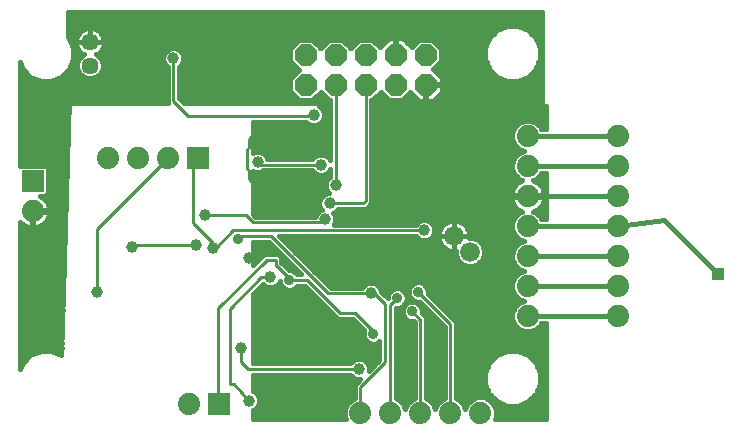
<source format=gbl>
G75*
G70*
%OFA0B0*%
%FSLAX24Y24*%
%IPPOS*%
%LPD*%
%AMOC8*
5,1,8,0,0,1.08239X$1,22.5*
%
%ADD10C,0.0570*%
%ADD11OC8,0.0740*%
%ADD12C,0.0740*%
%ADD13C,0.0660*%
%ADD14R,0.0740X0.0740*%
%ADD15C,0.0160*%
%ADD16C,0.0396*%
%ADD17C,0.0100*%
%ADD18C,0.0360*%
%ADD19R,0.0396X0.0396*%
D10*
X003033Y012618D03*
X003033Y013406D03*
D11*
X010225Y012978D03*
X010225Y011978D03*
X011225Y011978D03*
X012225Y011978D03*
X012225Y012978D03*
X011225Y012978D03*
X013225Y012978D03*
X014225Y012978D03*
X014225Y011978D03*
X013225Y011978D03*
D12*
X017625Y010275D03*
X017625Y009275D03*
X017625Y008275D03*
X017625Y007275D03*
X017625Y006275D03*
X017625Y005275D03*
X017625Y004275D03*
X020625Y004275D03*
X020625Y005275D03*
X020625Y006275D03*
X020625Y007275D03*
X020625Y008275D03*
X020625Y009275D03*
X020625Y010275D03*
X016051Y001056D03*
X015051Y001056D03*
X014051Y001056D03*
X013051Y001056D03*
X012051Y001056D03*
X006325Y001325D03*
X001125Y007775D03*
X003625Y009525D03*
X004625Y009525D03*
X005625Y009525D03*
D13*
X015165Y006950D03*
X015696Y006414D03*
D14*
X007325Y001325D03*
X001125Y008775D03*
X006625Y009525D03*
D15*
X000705Y007417D02*
X000705Y002493D01*
X000797Y002714D01*
X001052Y002970D01*
X001387Y003108D01*
X001749Y003108D01*
X002079Y002971D01*
X002360Y012560D01*
X002339Y012510D01*
X002083Y012254D01*
X001749Y012115D01*
X001387Y012115D01*
X001052Y012254D01*
X000705Y012254D01*
X000705Y012096D02*
X002347Y012096D01*
X002318Y012096D02*
X005624Y012096D01*
X005624Y012254D02*
X003264Y012254D01*
X003274Y012258D02*
X003393Y012378D01*
X003458Y012534D01*
X003458Y012703D01*
X003393Y012859D01*
X003274Y012979D01*
X003244Y012991D01*
X003277Y013008D01*
X003336Y013051D01*
X003388Y013103D01*
X003431Y013162D01*
X003464Y013227D01*
X003487Y013297D01*
X003498Y013369D01*
X003498Y013406D01*
X003498Y013442D01*
X003487Y013515D01*
X003464Y013584D01*
X003431Y013650D01*
X003388Y013709D01*
X003336Y013761D01*
X003277Y013804D01*
X003212Y013837D01*
X003142Y013859D01*
X003070Y013871D01*
X003033Y013871D01*
X002997Y013871D01*
X002924Y013859D01*
X002855Y013837D01*
X002789Y013804D01*
X002730Y013761D01*
X002678Y013709D01*
X002635Y013650D01*
X002602Y013584D01*
X002580Y013515D01*
X002568Y013442D01*
X002568Y013406D01*
X003033Y013406D01*
X003033Y013406D01*
X003033Y013871D01*
X003033Y013406D01*
X003033Y013406D01*
X002568Y013406D01*
X002568Y013369D01*
X002580Y013297D01*
X002602Y013227D01*
X002635Y013162D01*
X002678Y013103D01*
X002730Y013051D01*
X002789Y013008D01*
X002823Y012991D01*
X002792Y012979D01*
X002673Y012859D01*
X002608Y012703D01*
X002608Y012534D01*
X002673Y012378D01*
X002792Y012258D01*
X002949Y012193D01*
X003118Y012193D01*
X003274Y012258D01*
X003408Y012413D02*
X005624Y012413D01*
X005624Y012571D02*
X003458Y012571D01*
X003447Y012730D02*
X005503Y012730D01*
X005527Y012672D02*
X005622Y012576D01*
X005624Y012576D01*
X005624Y011373D01*
X002318Y011373D01*
X002318Y012489D01*
X002339Y012510D01*
X002478Y012844D01*
X002478Y013206D01*
X002339Y013540D01*
X002318Y013561D01*
X002318Y014397D01*
X018110Y014397D01*
X018110Y011373D01*
X012418Y011373D01*
X012418Y011468D01*
X012437Y011468D01*
X012725Y011757D01*
X013014Y011468D01*
X013437Y011468D01*
X013697Y011728D01*
X013998Y011428D01*
X014205Y011428D01*
X014205Y011958D01*
X014245Y011958D01*
X014245Y011428D01*
X014453Y011428D01*
X014775Y011750D01*
X014775Y011958D01*
X014245Y011958D01*
X014245Y011998D01*
X014775Y011998D01*
X014775Y012206D01*
X014475Y012506D01*
X014735Y012767D01*
X014735Y013189D01*
X014437Y013488D01*
X014014Y013488D01*
X013754Y013227D01*
X013453Y013528D01*
X013245Y013528D01*
X013245Y012998D01*
X013205Y012998D01*
X013205Y013528D01*
X012998Y013528D01*
X012697Y013227D01*
X012437Y013488D01*
X012014Y013488D01*
X011725Y013199D01*
X011437Y013488D01*
X011014Y013488D01*
X010725Y013199D01*
X010437Y013488D01*
X010014Y013488D01*
X009715Y013189D01*
X009715Y012767D01*
X010004Y012478D01*
X009715Y012189D01*
X009715Y011767D01*
X010014Y011468D01*
X010437Y011468D01*
X010725Y011757D01*
X011014Y011468D01*
X011037Y011468D01*
X011037Y011373D01*
X006156Y011373D01*
X006004Y011525D01*
X006004Y012576D01*
X006005Y012576D01*
X006100Y012672D01*
X006152Y012796D01*
X006152Y012930D01*
X006100Y013055D01*
X006005Y013150D01*
X005881Y013201D01*
X005747Y013201D01*
X005622Y013150D01*
X005527Y013055D01*
X005476Y012930D01*
X005476Y012796D01*
X005527Y012672D01*
X005476Y012888D02*
X003365Y012888D01*
X003330Y013047D02*
X005524Y013047D01*
X006104Y013047D02*
X009715Y013047D01*
X009731Y013205D02*
X003453Y013205D01*
X003497Y013364D02*
X009890Y013364D01*
X009715Y012888D02*
X006152Y012888D01*
X006124Y012730D02*
X009752Y012730D01*
X009911Y012571D02*
X006004Y012571D01*
X006004Y012413D02*
X009939Y012413D01*
X009780Y012254D02*
X006004Y012254D01*
X006004Y012096D02*
X009715Y012096D01*
X009715Y011937D02*
X006004Y011937D01*
X006004Y011779D02*
X009715Y011779D01*
X009862Y011620D02*
X006004Y011620D01*
X006067Y011462D02*
X011037Y011462D01*
X011037Y011270D02*
X011037Y009468D01*
X011020Y009509D01*
X010925Y009605D01*
X010801Y009656D01*
X010666Y009656D01*
X010542Y009605D01*
X010447Y009509D01*
X010446Y009508D01*
X008947Y009508D01*
X008908Y009601D01*
X008813Y009696D01*
X008689Y009747D01*
X008555Y009747D01*
X008455Y009706D01*
X008455Y010755D01*
X010235Y010755D01*
X010303Y010687D01*
X010427Y010636D01*
X010561Y010636D01*
X010686Y010687D01*
X010781Y010782D01*
X010832Y010906D01*
X010832Y011041D01*
X010781Y011165D01*
X010686Y011260D01*
X010662Y011270D01*
X011037Y011270D01*
X011037Y011145D02*
X010789Y011145D01*
X010832Y010986D02*
X011037Y010986D01*
X011037Y010828D02*
X010799Y010828D01*
X010642Y010669D02*
X011037Y010669D01*
X011037Y010511D02*
X008455Y010511D01*
X008455Y010669D02*
X010346Y010669D01*
X011037Y010352D02*
X008455Y010352D01*
X008455Y010194D02*
X011037Y010194D01*
X011037Y010035D02*
X008455Y010035D01*
X008455Y009877D02*
X011037Y009877D01*
X011037Y009718D02*
X008759Y009718D01*
X008925Y009560D02*
X010497Y009560D01*
X010446Y009128D02*
X010447Y009126D01*
X010542Y009031D01*
X010666Y008980D01*
X010801Y008980D01*
X010925Y009031D01*
X011020Y009126D01*
X011037Y009168D01*
X011037Y008921D01*
X011036Y008920D01*
X010940Y008825D01*
X010889Y008701D01*
X010889Y008566D01*
X010940Y008442D01*
X011018Y008364D01*
X010956Y008364D01*
X010832Y008313D01*
X010736Y008218D01*
X010685Y008094D01*
X010685Y007959D01*
X010736Y007835D01*
X010757Y007814D01*
X010682Y007783D01*
X010587Y007688D01*
X010546Y007587D01*
X008543Y007587D01*
X008455Y007675D01*
X008455Y009112D01*
X008555Y009071D01*
X008689Y009071D01*
X008813Y009122D01*
X008819Y009128D01*
X010446Y009128D01*
X010489Y009084D02*
X008721Y009084D01*
X008523Y009084D02*
X008455Y009084D01*
X008455Y008926D02*
X011037Y008926D01*
X011037Y009084D02*
X010977Y009084D01*
X010916Y008767D02*
X008455Y008767D01*
X008455Y008609D02*
X010889Y008609D01*
X010937Y008450D02*
X008455Y008450D01*
X008455Y008292D02*
X010810Y008292D01*
X010701Y008133D02*
X008455Y008133D01*
X008455Y007975D02*
X010685Y007975D01*
X010755Y007816D02*
X008455Y007816D01*
X008473Y007658D02*
X010575Y007658D01*
X011140Y007709D02*
X011215Y007740D01*
X011310Y007835D01*
X011310Y007836D01*
X012224Y007836D01*
X012306Y007919D01*
X012418Y008030D01*
X012418Y011270D01*
X018233Y011270D01*
X018233Y010495D01*
X018086Y010495D01*
X018057Y010564D01*
X017914Y010707D01*
X017726Y010785D01*
X017524Y010785D01*
X017336Y010707D01*
X017193Y010564D01*
X017115Y010376D01*
X017115Y010174D01*
X017193Y009986D01*
X017336Y009843D01*
X017499Y009775D01*
X017336Y009707D01*
X017193Y009564D01*
X017115Y009376D01*
X017115Y009174D01*
X017193Y008986D01*
X017336Y008843D01*
X017449Y008796D01*
X017414Y008785D01*
X017337Y008745D01*
X017267Y008695D01*
X017205Y008633D01*
X017155Y008563D01*
X017115Y008486D01*
X017089Y008404D01*
X017075Y008318D01*
X017075Y008295D01*
X017605Y008295D01*
X017605Y008255D01*
X017075Y008255D01*
X017075Y008232D01*
X017089Y008146D01*
X017115Y008064D01*
X017155Y007987D01*
X017205Y007917D01*
X017267Y007855D01*
X017337Y007805D01*
X017414Y007765D01*
X017449Y007754D01*
X017336Y007707D01*
X017193Y007564D01*
X017115Y007376D01*
X017115Y007174D01*
X017193Y006986D01*
X017336Y006843D01*
X017499Y006775D01*
X017336Y006707D01*
X017193Y006564D01*
X017115Y006376D01*
X017115Y006174D01*
X017193Y005986D01*
X017336Y005843D01*
X017499Y005775D01*
X017336Y005707D01*
X017193Y005564D01*
X017115Y005376D01*
X017115Y005174D01*
X017193Y004986D01*
X017336Y004843D01*
X017499Y004775D01*
X017336Y004707D01*
X017193Y004564D01*
X017115Y004376D01*
X017115Y004174D01*
X017193Y003986D01*
X017336Y003843D01*
X017524Y003765D01*
X017726Y003765D01*
X017914Y003843D01*
X018057Y003986D01*
X018086Y004055D01*
X018233Y004055D01*
X018233Y000855D01*
X016520Y000855D01*
X016561Y000954D01*
X016561Y001157D01*
X016484Y001344D01*
X016340Y001488D01*
X016153Y001566D01*
X015950Y001566D01*
X015763Y001488D01*
X015619Y001344D01*
X015551Y001181D01*
X015484Y001344D01*
X015340Y001488D01*
X015241Y001529D01*
X015241Y004077D01*
X014295Y005024D01*
X014295Y005139D01*
X014246Y005256D01*
X014156Y005346D01*
X014039Y005395D01*
X013911Y005395D01*
X013794Y005346D01*
X013704Y005256D01*
X013655Y005139D01*
X013655Y005011D01*
X013704Y004894D01*
X013794Y004804D01*
X013911Y004755D01*
X014026Y004755D01*
X014861Y003920D01*
X014861Y001529D01*
X014763Y001488D01*
X014619Y001344D01*
X014551Y001181D01*
X014484Y001344D01*
X014340Y001488D01*
X014241Y001529D01*
X014241Y004227D01*
X014095Y004374D01*
X014095Y004489D01*
X014046Y004606D01*
X013956Y004696D01*
X013839Y004745D01*
X013711Y004745D01*
X013594Y004696D01*
X013504Y004606D01*
X013455Y004489D01*
X013455Y004361D01*
X013504Y004244D01*
X013594Y004154D01*
X013711Y004105D01*
X013826Y004105D01*
X013861Y004070D01*
X013861Y001529D01*
X013763Y001488D01*
X013619Y001344D01*
X013551Y001181D01*
X013484Y001344D01*
X013340Y001488D01*
X013241Y001529D01*
X013241Y004555D01*
X013339Y004555D01*
X013456Y004604D01*
X013546Y004694D01*
X013595Y004811D01*
X013595Y004939D01*
X013546Y005056D01*
X013456Y005146D01*
X013339Y005195D01*
X013211Y005195D01*
X013094Y005146D01*
X013004Y005056D01*
X012955Y004939D01*
X012955Y004864D01*
X012954Y004865D01*
X012733Y005086D01*
X012733Y005108D01*
X012681Y005233D01*
X012586Y005328D01*
X012462Y005379D01*
X012327Y005379D01*
X012203Y005328D01*
X012108Y005233D01*
X012100Y005215D01*
X011054Y005215D01*
X009332Y006937D01*
X013888Y006937D01*
X013982Y006843D01*
X014106Y006792D01*
X014240Y006792D01*
X014365Y006843D01*
X014460Y006938D01*
X014511Y007063D01*
X014511Y007197D01*
X014460Y007321D01*
X014365Y007416D01*
X014240Y007468D01*
X014106Y007468D01*
X013982Y007416D01*
X013887Y007321D01*
X013885Y007317D01*
X011166Y007317D01*
X011212Y007429D01*
X011212Y007564D01*
X011161Y007688D01*
X011140Y007709D01*
X011173Y007658D02*
X017286Y007658D01*
X017321Y007816D02*
X011291Y007816D01*
X011212Y007499D02*
X017166Y007499D01*
X017115Y007341D02*
X015494Y007341D01*
X015497Y007339D02*
X015432Y007386D01*
X015360Y007422D01*
X015284Y007447D01*
X015205Y007460D01*
X015165Y007460D01*
X015165Y006950D01*
X015675Y006950D01*
X015675Y006990D01*
X015662Y007069D01*
X015637Y007146D01*
X015601Y007217D01*
X015554Y007282D01*
X015497Y007339D01*
X015619Y007182D02*
X017115Y007182D01*
X017177Y007024D02*
X015669Y007024D01*
X015675Y006950D02*
X015165Y006950D01*
X015165Y006950D01*
X015165Y006950D01*
X015165Y007460D01*
X015125Y007460D01*
X015045Y007447D01*
X014969Y007422D01*
X014897Y007386D01*
X014832Y007339D01*
X014776Y007282D01*
X014728Y007217D01*
X014692Y007146D01*
X014667Y007069D01*
X014655Y006990D01*
X014655Y006950D01*
X015165Y006950D01*
X015165Y006440D01*
X015205Y006440D01*
X015226Y006443D01*
X015226Y006321D01*
X015298Y006148D01*
X015430Y006016D01*
X015603Y005944D01*
X015790Y005944D01*
X015962Y006016D01*
X016095Y006148D01*
X016166Y006321D01*
X016166Y006508D01*
X016095Y006681D01*
X015962Y006813D01*
X015790Y006884D01*
X015671Y006884D01*
X015675Y006910D01*
X015675Y006950D01*
X015836Y006865D02*
X017314Y006865D01*
X017335Y006707D02*
X016069Y006707D01*
X016150Y006548D02*
X017186Y006548D01*
X017120Y006390D02*
X016166Y006390D01*
X016129Y006231D02*
X017115Y006231D01*
X017157Y006073D02*
X016019Y006073D01*
X015373Y006073D02*
X010196Y006073D01*
X010038Y006231D02*
X015263Y006231D01*
X015226Y006390D02*
X009879Y006390D01*
X009721Y006548D02*
X014850Y006548D01*
X014832Y006561D02*
X014897Y006514D01*
X014969Y006477D01*
X015045Y006452D01*
X015125Y006440D01*
X015165Y006440D01*
X015165Y006950D01*
X015165Y006950D01*
X015165Y006950D01*
X014655Y006950D01*
X014655Y006910D01*
X014667Y006830D01*
X014692Y006754D01*
X014728Y006682D01*
X014776Y006617D01*
X014832Y006561D01*
X014716Y006707D02*
X009562Y006707D01*
X009404Y006865D02*
X013960Y006865D01*
X014387Y006865D02*
X014662Y006865D01*
X014660Y007024D02*
X014495Y007024D01*
X014511Y007182D02*
X014711Y007182D01*
X014835Y007341D02*
X014441Y007341D01*
X013906Y007341D02*
X011175Y007341D01*
X012362Y007975D02*
X017163Y007975D01*
X017093Y008133D02*
X012418Y008133D01*
X012418Y008292D02*
X017605Y008292D01*
X017625Y008275D02*
X020625Y008275D01*
X020625Y007275D02*
X017625Y007275D01*
X017801Y007754D02*
X017914Y007707D01*
X018057Y007564D01*
X018086Y007495D01*
X018233Y007495D01*
X018233Y009055D01*
X018086Y009055D01*
X018057Y008986D01*
X017914Y008843D01*
X017801Y008796D01*
X017836Y008785D01*
X017913Y008745D01*
X017983Y008695D01*
X018045Y008633D01*
X018095Y008563D01*
X018135Y008486D01*
X018161Y008404D01*
X018175Y008318D01*
X018175Y008295D01*
X017645Y008295D01*
X017645Y008255D01*
X018175Y008255D01*
X018175Y008232D01*
X018161Y008146D01*
X018135Y008064D01*
X018095Y007987D01*
X018045Y007917D01*
X017983Y007855D01*
X017913Y007805D01*
X017836Y007765D01*
X017801Y007754D01*
X017929Y007816D02*
X018233Y007816D01*
X018233Y007658D02*
X017964Y007658D01*
X018084Y007499D02*
X018233Y007499D01*
X018233Y007975D02*
X018087Y007975D01*
X018157Y008133D02*
X018233Y008133D01*
X018233Y008292D02*
X017645Y008292D01*
X018063Y008609D02*
X018233Y008609D01*
X018233Y008767D02*
X017871Y008767D01*
X017997Y008926D02*
X018233Y008926D01*
X018233Y008450D02*
X018146Y008450D01*
X017379Y008767D02*
X012418Y008767D01*
X012418Y008609D02*
X017187Y008609D01*
X017104Y008450D02*
X012418Y008450D01*
X012418Y008926D02*
X017253Y008926D01*
X017152Y009084D02*
X012418Y009084D01*
X012418Y009243D02*
X017115Y009243D01*
X017125Y009401D02*
X012418Y009401D01*
X012418Y009560D02*
X017191Y009560D01*
X017362Y009718D02*
X012418Y009718D01*
X012418Y009877D02*
X017302Y009877D01*
X017172Y010035D02*
X012418Y010035D01*
X012418Y010194D02*
X017115Y010194D01*
X017115Y010352D02*
X012418Y010352D01*
X012418Y010511D02*
X017171Y010511D01*
X017298Y010669D02*
X012418Y010669D01*
X012418Y010828D02*
X018233Y010828D01*
X018233Y010986D02*
X012418Y010986D01*
X012418Y011145D02*
X018233Y011145D01*
X018110Y011462D02*
X014487Y011462D01*
X014645Y011620D02*
X018110Y011620D01*
X018110Y011779D02*
X014775Y011779D01*
X014775Y011937D02*
X018110Y011937D01*
X018110Y012096D02*
X014775Y012096D01*
X014727Y012254D02*
X016603Y012254D01*
X016604Y012254D02*
X016938Y012115D01*
X017300Y012115D01*
X017635Y012254D01*
X018110Y012254D01*
X018110Y012413D02*
X017793Y012413D01*
X017890Y012510D02*
X018029Y012844D01*
X018029Y013206D01*
X017890Y013540D01*
X017635Y013796D01*
X017300Y013935D01*
X016938Y013935D01*
X016604Y013796D01*
X016348Y013540D01*
X016209Y013206D01*
X016209Y012844D01*
X016348Y012510D01*
X016604Y012254D01*
X016445Y012413D02*
X014568Y012413D01*
X014540Y012571D02*
X016322Y012571D01*
X016257Y012730D02*
X014698Y012730D01*
X014735Y012888D02*
X016209Y012888D01*
X016209Y013047D02*
X014735Y013047D01*
X014719Y013205D02*
X016209Y013205D01*
X016274Y013364D02*
X014561Y013364D01*
X013890Y013364D02*
X013617Y013364D01*
X013459Y013522D02*
X016340Y013522D01*
X016488Y013681D02*
X003408Y013681D01*
X003484Y013522D02*
X012992Y013522D01*
X013205Y013522D02*
X013245Y013522D01*
X013245Y013364D02*
X013205Y013364D01*
X013205Y013205D02*
X013245Y013205D01*
X013245Y013047D02*
X013205Y013047D01*
X012833Y013364D02*
X012561Y013364D01*
X011890Y013364D02*
X011561Y013364D01*
X011719Y013205D02*
X011731Y013205D01*
X010890Y013364D02*
X010561Y013364D01*
X010719Y013205D02*
X010731Y013205D01*
X010862Y011620D02*
X010589Y011620D01*
X012418Y011462D02*
X013964Y011462D01*
X013805Y011620D02*
X013589Y011620D01*
X014205Y011620D02*
X014245Y011620D01*
X014245Y011462D02*
X014205Y011462D01*
X014205Y011779D02*
X014245Y011779D01*
X014245Y011937D02*
X014205Y011937D01*
X012862Y011620D02*
X012589Y011620D01*
X011037Y009560D02*
X010970Y009560D01*
X008484Y009718D02*
X008455Y009718D01*
X005624Y011462D02*
X002318Y011462D01*
X002328Y011462D02*
X000705Y011462D01*
X000705Y011620D02*
X002333Y011620D01*
X002318Y011620D02*
X005624Y011620D01*
X005624Y011779D02*
X002318Y011779D01*
X002337Y011779D02*
X000705Y011779D01*
X000705Y011937D02*
X002342Y011937D01*
X002318Y011937D02*
X005624Y011937D01*
X003498Y013406D02*
X003033Y013406D01*
X003498Y013406D01*
X003033Y013406D02*
X003033Y013406D01*
X003033Y013522D02*
X003033Y013522D01*
X003033Y013681D02*
X003033Y013681D01*
X003033Y013839D02*
X003033Y013839D01*
X002861Y013839D02*
X002318Y013839D01*
X002318Y013681D02*
X002658Y013681D01*
X002582Y013522D02*
X002347Y013522D01*
X002413Y013364D02*
X002569Y013364D01*
X002614Y013205D02*
X002478Y013205D01*
X002478Y013047D02*
X002737Y013047D01*
X002702Y012888D02*
X002478Y012888D01*
X002430Y012730D02*
X002619Y012730D01*
X002608Y012571D02*
X002365Y012571D01*
X002356Y012413D02*
X002242Y012413D01*
X002318Y012413D02*
X002658Y012413D01*
X002802Y012254D02*
X002318Y012254D01*
X002351Y012254D02*
X002084Y012254D01*
X002323Y011303D02*
X000705Y011303D01*
X000705Y011145D02*
X002319Y011145D01*
X002314Y010986D02*
X000705Y010986D01*
X000705Y010828D02*
X002310Y010828D01*
X002305Y010669D02*
X000705Y010669D01*
X000705Y010511D02*
X002300Y010511D01*
X002296Y010352D02*
X000705Y010352D01*
X000705Y010194D02*
X002291Y010194D01*
X002286Y010035D02*
X000705Y010035D01*
X000705Y009877D02*
X002282Y009877D01*
X002277Y009718D02*
X000705Y009718D01*
X000705Y009560D02*
X002272Y009560D01*
X002268Y009401D02*
X000705Y009401D01*
X000705Y009285D02*
X000705Y012731D01*
X000797Y012510D01*
X001052Y012254D01*
X000894Y012413D02*
X000705Y012413D01*
X000705Y012571D02*
X000771Y012571D01*
X000705Y012730D02*
X000705Y012730D01*
X002318Y013998D02*
X018110Y013998D01*
X018110Y014156D02*
X002318Y014156D01*
X002318Y014315D02*
X018110Y014315D01*
X018110Y013839D02*
X017532Y013839D01*
X017750Y013681D02*
X018110Y013681D01*
X018110Y013522D02*
X017898Y013522D01*
X017964Y013364D02*
X018110Y013364D01*
X018110Y013205D02*
X018029Y013205D01*
X018029Y013047D02*
X018110Y013047D01*
X018110Y012888D02*
X018029Y012888D01*
X017982Y012730D02*
X018110Y012730D01*
X018110Y012571D02*
X017916Y012571D01*
X017890Y012510D02*
X017635Y012254D01*
X017952Y010669D02*
X018233Y010669D01*
X018233Y010511D02*
X018079Y010511D01*
X017625Y010275D02*
X020625Y010275D01*
X020625Y009275D02*
X017625Y009275D01*
X015165Y007341D02*
X015165Y007341D01*
X015165Y007182D02*
X015165Y007182D01*
X015165Y007024D02*
X015165Y007024D01*
X015165Y006865D02*
X015165Y006865D01*
X015165Y006707D02*
X015165Y006707D01*
X015165Y006548D02*
X015165Y006548D01*
X014223Y005280D02*
X017115Y005280D01*
X017137Y005122D02*
X014295Y005122D01*
X014356Y004963D02*
X017216Y004963D01*
X017428Y004805D02*
X014514Y004805D01*
X014673Y004646D02*
X017275Y004646D01*
X017161Y004488D02*
X014831Y004488D01*
X014990Y004329D02*
X017115Y004329D01*
X017116Y004171D02*
X015148Y004171D01*
X015241Y004012D02*
X017182Y004012D01*
X017325Y003854D02*
X015241Y003854D01*
X015241Y003695D02*
X018233Y003695D01*
X018233Y003537D02*
X015241Y003537D01*
X015241Y003378D02*
X018233Y003378D01*
X018233Y003220D02*
X015241Y003220D01*
X015241Y003061D02*
X016824Y003061D01*
X016938Y003108D02*
X016604Y002970D01*
X016348Y002714D01*
X016209Y002379D01*
X016209Y002017D01*
X016348Y001683D01*
X016604Y001427D01*
X016938Y001288D01*
X017300Y001288D01*
X017635Y001427D01*
X017890Y001683D01*
X018029Y002017D01*
X018029Y002379D01*
X017890Y002714D01*
X017635Y002970D01*
X017300Y003108D01*
X016938Y003108D01*
X016537Y002903D02*
X015241Y002903D01*
X015241Y002744D02*
X016378Y002744D01*
X016295Y002586D02*
X015241Y002586D01*
X015241Y002427D02*
X016229Y002427D01*
X016209Y002269D02*
X015241Y002269D01*
X015241Y002110D02*
X016209Y002110D01*
X016236Y001952D02*
X015241Y001952D01*
X015241Y001793D02*
X016302Y001793D01*
X016396Y001635D02*
X015241Y001635D01*
X015352Y001476D02*
X015751Y001476D01*
X015608Y001318D02*
X015495Y001318D01*
X014861Y001635D02*
X014241Y001635D01*
X014241Y001793D02*
X014861Y001793D01*
X014861Y001952D02*
X014241Y001952D01*
X014241Y002110D02*
X014861Y002110D01*
X014861Y002269D02*
X014241Y002269D01*
X014241Y002427D02*
X014861Y002427D01*
X014861Y002586D02*
X014241Y002586D01*
X014241Y002744D02*
X014861Y002744D01*
X014861Y002903D02*
X014241Y002903D01*
X014241Y003061D02*
X014861Y003061D01*
X014861Y003220D02*
X014241Y003220D01*
X014241Y003378D02*
X014861Y003378D01*
X014861Y003537D02*
X014241Y003537D01*
X014241Y003695D02*
X014861Y003695D01*
X014861Y003854D02*
X014241Y003854D01*
X014241Y004012D02*
X014769Y004012D01*
X014611Y004171D02*
X014241Y004171D01*
X014140Y004329D02*
X014452Y004329D01*
X014294Y004488D02*
X014095Y004488D01*
X014135Y004646D02*
X014007Y004646D01*
X013793Y004805D02*
X013592Y004805D01*
X013585Y004963D02*
X013675Y004963D01*
X013655Y005122D02*
X013481Y005122D01*
X013727Y005280D02*
X012634Y005280D01*
X012727Y005122D02*
X013069Y005122D01*
X012965Y004963D02*
X012856Y004963D01*
X013499Y004646D02*
X013543Y004646D01*
X013455Y004488D02*
X013241Y004488D01*
X013241Y004329D02*
X013468Y004329D01*
X013577Y004171D02*
X013241Y004171D01*
X013241Y004012D02*
X013861Y004012D01*
X013861Y003854D02*
X013241Y003854D01*
X013241Y003695D02*
X013861Y003695D01*
X013861Y003537D02*
X013241Y003537D01*
X013241Y003378D02*
X013861Y003378D01*
X013861Y003220D02*
X013241Y003220D01*
X013241Y003061D02*
X013861Y003061D01*
X013861Y002903D02*
X013241Y002903D01*
X013241Y002744D02*
X013861Y002744D01*
X013861Y002586D02*
X013241Y002586D01*
X013241Y002427D02*
X013861Y002427D01*
X013861Y002269D02*
X013241Y002269D01*
X013241Y002110D02*
X013861Y002110D01*
X013861Y001952D02*
X013241Y001952D01*
X013241Y001793D02*
X013861Y001793D01*
X013861Y001635D02*
X013241Y001635D01*
X013352Y001476D02*
X013751Y001476D01*
X013608Y001318D02*
X013495Y001318D01*
X014352Y001476D02*
X014751Y001476D01*
X014608Y001318D02*
X014495Y001318D01*
X016352Y001476D02*
X016554Y001476D01*
X016495Y001318D02*
X016868Y001318D01*
X016561Y001159D02*
X018233Y001159D01*
X018233Y001001D02*
X016561Y001001D01*
X017371Y001318D02*
X018233Y001318D01*
X018233Y001476D02*
X017684Y001476D01*
X017842Y001635D02*
X018233Y001635D01*
X018233Y001793D02*
X017936Y001793D01*
X018002Y001952D02*
X018233Y001952D01*
X018233Y002110D02*
X018029Y002110D01*
X018029Y002269D02*
X018233Y002269D01*
X018233Y002427D02*
X018009Y002427D01*
X017944Y002586D02*
X018233Y002586D01*
X018233Y002744D02*
X017860Y002744D01*
X017702Y002903D02*
X018233Y002903D01*
X018233Y003061D02*
X017414Y003061D01*
X017925Y003854D02*
X018233Y003854D01*
X018233Y004012D02*
X018068Y004012D01*
X017625Y004275D02*
X020625Y004275D01*
X020625Y005275D02*
X017625Y005275D01*
X017452Y005756D02*
X010513Y005756D01*
X010355Y005914D02*
X017265Y005914D01*
X017226Y005597D02*
X010672Y005597D01*
X010830Y005439D02*
X017141Y005439D01*
X017625Y006275D02*
X020625Y006275D01*
X020625Y007275D02*
X022175Y007475D01*
X023975Y005675D01*
X016707Y013839D02*
X003205Y013839D01*
X002263Y009243D02*
X001595Y009243D01*
X001635Y009203D02*
X001553Y009285D01*
X000705Y009285D01*
X001635Y009203D02*
X001635Y008347D01*
X001553Y008265D01*
X001375Y008265D01*
X001413Y008245D01*
X001483Y008195D01*
X001545Y008133D01*
X002231Y008133D01*
X002226Y007975D02*
X001638Y007975D01*
X001635Y007986D02*
X001595Y008063D01*
X001545Y008133D01*
X001580Y008292D02*
X002235Y008292D01*
X002240Y008450D02*
X001635Y008450D01*
X001635Y008609D02*
X002245Y008609D01*
X002249Y008767D02*
X001635Y008767D01*
X001635Y008926D02*
X002254Y008926D01*
X002258Y009084D02*
X001635Y009084D01*
X001883Y009176D02*
X001883Y007775D01*
X001125Y007775D01*
X001145Y007795D02*
X001675Y007795D01*
X001675Y007818D01*
X001661Y007904D01*
X001635Y007986D01*
X001675Y007816D02*
X002221Y007816D01*
X002217Y007658D02*
X001663Y007658D01*
X001661Y007646D02*
X001675Y007732D01*
X001675Y007755D01*
X001145Y007755D01*
X001145Y007795D01*
X001145Y007755D02*
X001145Y007225D01*
X001168Y007225D01*
X001254Y007239D01*
X001336Y007265D01*
X001413Y007305D01*
X001483Y007355D01*
X001545Y007417D01*
X001595Y007487D01*
X001635Y007564D01*
X001661Y007646D01*
X001602Y007499D02*
X002212Y007499D01*
X002207Y007341D02*
X001463Y007341D01*
X001145Y007341D02*
X001105Y007341D01*
X001105Y007225D02*
X001105Y007755D01*
X001145Y007755D01*
X001145Y007658D02*
X001105Y007658D01*
X001105Y007499D02*
X001145Y007499D01*
X001105Y007225D02*
X001082Y007225D01*
X000996Y007239D01*
X000914Y007265D01*
X000837Y007305D01*
X000767Y007355D01*
X000705Y007417D01*
X000705Y007417D01*
X000705Y007341D02*
X000787Y007341D01*
X000705Y007182D02*
X002203Y007182D01*
X002198Y007024D02*
X000705Y007024D01*
X000705Y006865D02*
X002194Y006865D01*
X002189Y006707D02*
X000705Y006707D01*
X000705Y006548D02*
X002184Y006548D01*
X002180Y006390D02*
X000705Y006390D01*
X000705Y006231D02*
X002175Y006231D01*
X002170Y006073D02*
X000705Y006073D01*
X000705Y005914D02*
X002166Y005914D01*
X002161Y005756D02*
X000705Y005756D01*
X000705Y005597D02*
X002156Y005597D01*
X002152Y005439D02*
X000705Y005439D01*
X000705Y005280D02*
X002147Y005280D01*
X002142Y005122D02*
X000705Y005122D01*
X000705Y004963D02*
X002138Y004963D01*
X002133Y004805D02*
X000705Y004805D01*
X000705Y004646D02*
X002129Y004646D01*
X002124Y004488D02*
X000705Y004488D01*
X000705Y004329D02*
X002119Y004329D01*
X002115Y004171D02*
X000705Y004171D01*
X000705Y004012D02*
X002110Y004012D01*
X002105Y003854D02*
X000705Y003854D01*
X000705Y003695D02*
X002101Y003695D01*
X002096Y003537D02*
X000705Y003537D01*
X000705Y003378D02*
X002091Y003378D01*
X002087Y003220D02*
X000705Y003220D01*
X000705Y003061D02*
X001273Y003061D01*
X000985Y002903D02*
X000705Y002903D01*
X000705Y002744D02*
X000827Y002744D01*
X000743Y002586D02*
X000705Y002586D01*
X001863Y003061D02*
X002082Y003061D01*
X008455Y003061D02*
X012685Y003061D01*
X012685Y002903D02*
X008455Y002903D01*
X008455Y002744D02*
X011753Y002744D01*
X011707Y002698D02*
X011706Y002696D01*
X008455Y002696D01*
X008455Y005006D01*
X008792Y005343D01*
X008856Y005279D01*
X008980Y005228D01*
X009115Y005228D01*
X009239Y005279D01*
X009334Y005375D01*
X009355Y005425D01*
X009355Y005411D01*
X009404Y005294D01*
X009494Y005204D01*
X009611Y005155D01*
X009739Y005155D01*
X009856Y005204D01*
X009938Y005285D01*
X010196Y005285D01*
X011296Y004185D01*
X011796Y004185D01*
X012181Y003801D01*
X012155Y003739D01*
X012155Y003611D01*
X012204Y003494D01*
X012294Y003404D01*
X012411Y003355D01*
X012539Y003355D01*
X012656Y003404D01*
X012685Y003432D01*
X012685Y002806D01*
X012332Y002452D01*
X012332Y002573D01*
X012280Y002698D01*
X012185Y002793D01*
X012061Y002844D01*
X011926Y002844D01*
X011802Y002793D01*
X011707Y002698D01*
X011706Y002316D02*
X011707Y002315D01*
X011802Y002220D01*
X011926Y002168D01*
X012047Y002168D01*
X011861Y001982D01*
X011861Y001529D01*
X011763Y001488D01*
X011619Y001344D01*
X011541Y001157D01*
X011541Y000954D01*
X011582Y000855D01*
X008455Y000855D01*
X008455Y001130D01*
X008527Y001160D01*
X008622Y001255D01*
X008674Y001379D01*
X008674Y001514D01*
X008622Y001638D01*
X008527Y001733D01*
X008455Y001763D01*
X008455Y002316D01*
X011706Y002316D01*
X011753Y002269D02*
X008455Y002269D01*
X008455Y002110D02*
X011989Y002110D01*
X011861Y001952D02*
X008455Y001952D01*
X008455Y001793D02*
X011861Y001793D01*
X011861Y001635D02*
X008623Y001635D01*
X008674Y001476D02*
X011751Y001476D01*
X011608Y001318D02*
X008648Y001318D01*
X008525Y001159D02*
X011542Y001159D01*
X011541Y001001D02*
X008455Y001001D01*
X008455Y003220D02*
X012685Y003220D01*
X012685Y003378D02*
X012594Y003378D01*
X012356Y003378D02*
X008455Y003378D01*
X008455Y003537D02*
X012186Y003537D01*
X012155Y003695D02*
X008455Y003695D01*
X008455Y003854D02*
X012128Y003854D01*
X011969Y004012D02*
X008455Y004012D01*
X008455Y004171D02*
X011811Y004171D01*
X011152Y004329D02*
X008455Y004329D01*
X008455Y004488D02*
X010994Y004488D01*
X010835Y004646D02*
X008455Y004646D01*
X008455Y004805D02*
X010677Y004805D01*
X010518Y004963D02*
X008455Y004963D01*
X008571Y005122D02*
X010360Y005122D01*
X010201Y005280D02*
X009933Y005280D01*
X009938Y005665D02*
X009856Y005746D01*
X009739Y005795D01*
X009674Y005795D01*
X009464Y006005D01*
X009414Y006055D01*
X009414Y006236D01*
X009302Y006347D01*
X009145Y006347D01*
X009001Y006347D01*
X008844Y006347D01*
X008455Y005958D01*
X008455Y006735D01*
X008996Y006735D01*
X010066Y005665D01*
X009938Y005665D01*
X009976Y005756D02*
X009834Y005756D01*
X009817Y005914D02*
X009555Y005914D01*
X009464Y006005D02*
X009464Y006005D01*
X009414Y006073D02*
X009659Y006073D01*
X009500Y006231D02*
X009414Y006231D01*
X009342Y006390D02*
X008455Y006390D01*
X008455Y006548D02*
X009183Y006548D01*
X009025Y006707D02*
X008455Y006707D01*
X008455Y006231D02*
X008728Y006231D01*
X008569Y006073D02*
X008455Y006073D01*
X008729Y005280D02*
X008855Y005280D01*
X009240Y005280D02*
X009417Y005280D01*
X010989Y005280D02*
X012155Y005280D01*
X012234Y002744D02*
X012623Y002744D01*
X012465Y002586D02*
X012327Y002586D01*
D16*
X011994Y002506D03*
X010894Y003163D03*
X010194Y002863D03*
X010126Y001735D03*
X008587Y002911D03*
X008072Y003222D03*
X010316Y004997D03*
X010789Y005656D03*
X012394Y005041D03*
X014173Y007130D03*
X014139Y008795D03*
X012139Y007578D03*
X011023Y008026D03*
X010874Y007496D03*
X011227Y008634D03*
X010733Y009318D03*
X009155Y008355D03*
X008622Y009409D03*
X008605Y010455D03*
X010494Y010974D03*
X007805Y012655D03*
X005814Y012863D03*
X010683Y013932D03*
X016248Y012082D03*
X008889Y006606D03*
X008346Y006205D03*
X009047Y005566D03*
X007144Y006545D03*
X006575Y006625D03*
X006871Y007641D03*
X004425Y006575D03*
X003275Y005075D03*
X008335Y001446D03*
X015794Y002163D03*
X001883Y009176D03*
D17*
X003275Y007175D02*
X005625Y009525D01*
X006475Y009375D02*
X006625Y009525D01*
X006475Y009375D02*
X006475Y007375D01*
X007144Y006706D01*
X007144Y006545D01*
X007228Y006545D01*
X007811Y007127D01*
X014170Y007127D01*
X014173Y007130D01*
X012228Y008109D02*
X012145Y008026D01*
X011023Y008026D01*
X010874Y007496D02*
X010775Y007397D01*
X008465Y007397D01*
X008220Y007641D01*
X006871Y007641D01*
X006575Y006625D02*
X004475Y006625D01*
X004425Y006575D01*
X003275Y007175D02*
X003275Y005075D01*
X007294Y004529D02*
X007294Y001356D01*
X007325Y001325D01*
X007699Y001998D02*
X007834Y001998D01*
X008335Y001446D01*
X007699Y001998D02*
X007699Y004518D01*
X008746Y005566D01*
X009047Y005566D01*
X009224Y005926D02*
X009274Y005926D01*
X009675Y005525D01*
X009675Y005475D01*
X010275Y005475D01*
X011375Y004375D01*
X011875Y004375D01*
X012475Y003775D01*
X012475Y003675D01*
X012875Y002727D02*
X012875Y004675D01*
X012509Y005041D01*
X012394Y005041D01*
X012378Y005025D01*
X010975Y005025D01*
X009075Y006925D01*
X008075Y006925D01*
X007975Y006825D01*
X008923Y006157D02*
X007294Y004529D01*
X008072Y003222D02*
X008072Y002734D01*
X008301Y002506D01*
X011994Y002506D01*
X012051Y001903D02*
X012875Y002727D01*
X012051Y001903D02*
X012051Y001056D01*
X013051Y001056D02*
X013051Y004651D01*
X013275Y004875D01*
X013775Y004425D02*
X014051Y004149D01*
X014051Y001056D01*
X015051Y001056D02*
X015051Y003999D01*
X013975Y005075D01*
X012228Y008109D02*
X012228Y011975D01*
X012225Y011978D01*
X011227Y011976D02*
X011225Y011978D01*
X011227Y011976D02*
X011227Y008634D01*
X010733Y009318D02*
X008713Y009318D01*
X008622Y009409D01*
X008325Y009125D02*
X008275Y009175D01*
X008275Y009825D01*
X008325Y009875D01*
X008325Y010175D01*
X008605Y010455D01*
X008325Y009125D02*
X008325Y008825D01*
X008795Y008355D01*
X009155Y008355D01*
X009224Y006157D02*
X008923Y006157D01*
X009224Y006157D02*
X009224Y005926D01*
X010465Y010945D02*
X006315Y010945D01*
X005814Y011446D01*
X005814Y012863D01*
X010465Y010945D02*
X010494Y010974D01*
D18*
X007975Y006825D03*
X009675Y005475D03*
X012475Y003675D03*
X013775Y004425D03*
X013275Y004875D03*
X013975Y005075D03*
D19*
X023975Y005675D03*
M02*

</source>
